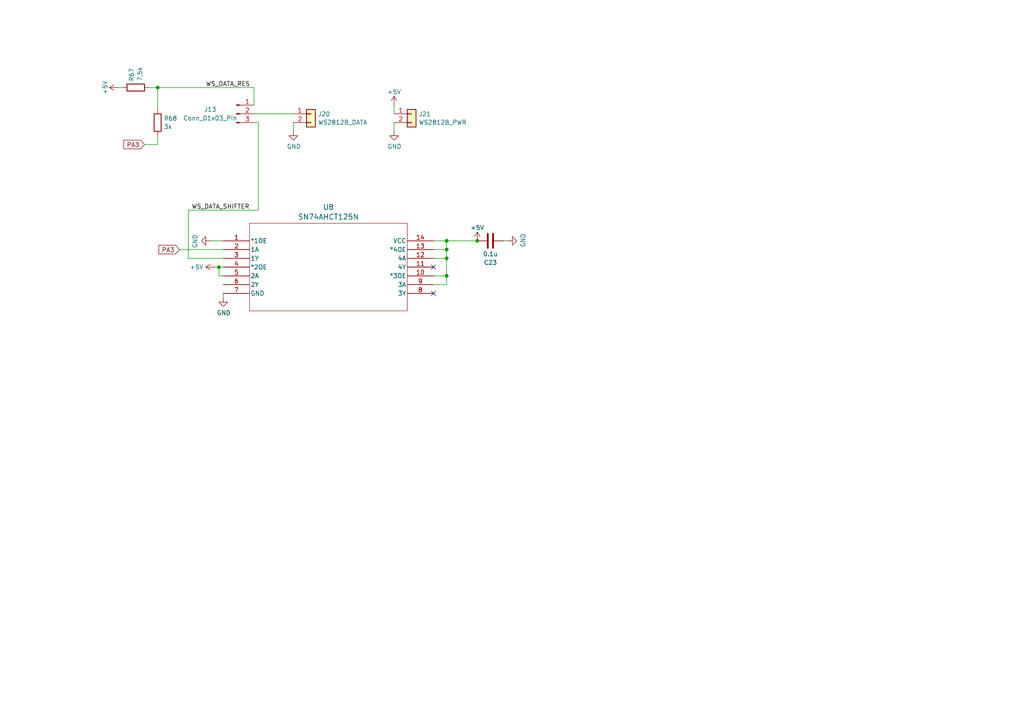
<source format=kicad_sch>
(kicad_sch (version 20230121) (generator eeschema)
  (paper "A4")
  (lib_symbols
    (symbol "Connector:Conn_01x03_Pin" (pin_names (offset 1.016) hide)
      (property "Reference" "J" (at 0 5.08 0))
      (property "Value" "Conn_01x03_Pin" (at 0 -5.08 0))
      (symbol "Conn_01x03_Pin_1_1"
        (polyline (pts (xy 1.27 -2.54) (xy 0.8636 -2.54)) (stroke (width 0.1524)))
        (polyline (pts (xy 1.27 0) (xy 0.8636 0)) (stroke (width 0.1524)))
        (polyline (pts (xy 1.27 2.54) (xy 0.8636 2.54)) (stroke (width 0.1524)))
        (rectangle (start 0.8636 -2.413) (end 0 -2.667) (stroke (width 0.1524)) (fill (type outline)))
        (rectangle (start 0.8636 0.127) (end 0 -0.127) (stroke (width 0.1524)) (fill (type outline)))
        (rectangle (start 0.8636 2.667) (end 0 2.413) (stroke (width 0.1524)) (fill (type outline)))
        (pin passive line (at 5.08 2.54 180) (length 3.81) (name "Pin_1") (number "1"))
        (pin passive line (at 5.08 0 180) (length 3.81) (name "Pin_2") (number "2"))
        (pin passive line (at 5.08 -2.54 180) (length 3.81) (name "Pin_3") (number "3"))
      )
    )
    (symbol "Connector_Generic:Conn_01x02" (pin_names (offset 1.016) hide)
      (property "Reference" "J" (at 0 2.54 0))
      (property "Value" "Conn_01x02" (at 0 -5.08 0))
      (symbol "Conn_01x02_1_1"
        (rectangle (start -1.27 -2.413) (end 0 -2.667) (stroke (width 0.1524)))
        (rectangle (start -1.27 0.127) (end 0 -0.127) (stroke (width 0.1524)))
        (rectangle (start -1.27 1.27) (end 1.27 -3.81) (stroke (width 0.254)) (fill (type background)))
        (pin passive line (at -5.08 0 0) (length 3.81) (name "Pin_1") (number "1"))
        (pin passive line (at -5.08 -2.54 0) (length 3.81) (name "Pin_2") (number "2"))
      )
    )
    (symbol "Device:C" (pin_numbers hide) (pin_names (offset 0.254))
      (property "Reference" "C" (at 0.635 2.54 0))
      (property "Value" "C" (at 0.635 -2.54 0))
      (symbol "C_0_1"
        (polyline (pts (xy -2.032 -0.762) (xy 2.032 -0.762)) (stroke (width 0.508)))
        (polyline (pts (xy -2.032 0.762) (xy 2.032 0.762)) (stroke (width 0.508)))
      )
      (symbol "C_1_1"
        (pin passive line (at 0 3.81 270) (length 2.794) (name "~") (number "1"))
        (pin passive line (at 0 -3.81 90) (length 2.794) (name "~") (number "2"))
      )
    )
    (symbol "Device:R" (pin_numbers hide) (pin_names (offset 0))
      (property "Reference" "R" (at 2.032 0 90))
      (property "Value" "R" (at 0 0 90))
      (symbol "R_0_1"
        (rectangle (start -1.016 -2.54) (end 1.016 2.54) (stroke (width 0.254)))
      )
      (symbol "R_1_1"
        (pin passive line (at 0 3.81 270) (length 1.27) (name "~") (number "1"))
        (pin passive line (at 0 -3.81 90) (length 1.27) (name "~") (number "2"))
      )
    )
    (symbol "SN74AHCT125:SN74AHCT125N" (pin_names (offset 0.254))
      (property "Reference" "U" (at 30.48 10.16 0))
      (property "Value" "SN74AHCT125N" (at 30.48 7.62 0))
      (symbol "SN74AHCT125N_0_1"
        (polyline (pts (xy 7.62 -20.32) (xy 53.34 -20.32)) (stroke (width 0.127)))
        (polyline (pts (xy 7.62 5.08) (xy 7.62 -20.32)) (stroke (width 0.127)))
        (polyline (pts (xy 53.34 -20.32) (xy 53.34 5.08)) (stroke (width 0.127)))
        (polyline (pts (xy 53.34 5.08) (xy 7.62 5.08)) (stroke (width 0.127)))
        (pin input line (at 0 0 0) (length 7.62) (name "*1OE") (number "1"))
        (pin input line (at 60.96 -10.16 180) (length 7.62) (name "*3OE") (number "10"))
        (pin unspecified line (at 60.96 -7.62 180) (length 7.62) (name "4Y") (number "11"))
        (pin input line (at 60.96 -5.08 180) (length 7.62) (name "4A") (number "12"))
        (pin input line (at 60.96 -2.54 180) (length 7.62) (name "*4OE") (number "13"))
        (pin power_in line (at 60.96 0 180) (length 7.62) (name "VCC") (number "14"))
        (pin input line (at 0 -2.54 0) (length 7.62) (name "1A") (number "2"))
        (pin unspecified line (at 0 -5.08 0) (length 7.62) (name "1Y") (number "3"))
        (pin input line (at 0 -7.62 0) (length 7.62) (name "*2OE") (number "4"))
        (pin input line (at 0 -10.16 0) (length 7.62) (name "2A") (number "5"))
        (pin unspecified line (at 0 -12.7 0) (length 7.62) (name "2Y") (number "6"))
        (pin power_in line (at 0 -15.24 0) (length 7.62) (name "GND") (number "7"))
        (pin unspecified line (at 60.96 -15.24 180) (length 7.62) (name "3Y") (number "8"))
        (pin input line (at 60.96 -12.7 180) (length 7.62) (name "3A") (number "9"))
      )
    )
    (symbol "power:+5V" (power) (pin_names (offset 0))
      (property "Value" "+5V" (at 0 3.556 0))
      (symbol "+5V_0_1"
        (polyline (pts (xy -0.762 1.27) (xy 0 2.54)))
        (polyline (pts (xy 0 0) (xy 0 2.54)))
        (polyline (pts (xy 0 2.54) (xy 0.762 1.27)))
      )
      (symbol "+5V_1_1"
        (pin power_in line (at 0 0 90) (length 0) hide (name "+5V") (number "1"))
      )
    )
    (symbol "power:GND" (power) (pin_names (offset 0))
      (property "Value" "GND" (at 0 -3.81 0))
      (symbol "GND_0_1"
        (polyline (pts (xy 0 0) (xy 0 -1.27) (xy 1.27 -1.27) (xy 0 -2.54) (xy -1.27 -1.27) (xy 0 -1.27)))
      )
      (symbol "GND_1_1"
        (pin power_in line (at 0 0 270) (length 0) hide (name "GND") (number "1"))
      )
    )
  )
  (junction (at 129.54 69.85))
  (junction (at 63.5 77.47))
  (junction (at 129.54 80.01))
  (junction (at 129.54 74.93))
  (junction (at 45.72 25.4))
  (junction (at 129.54 72.39))
  (junction (at 138.43 69.85))
  (no_connect (at 125.73 77.47))
  (no_connect (at 125.73 85.09))
  (wire (pts (xy 63.5 80.01) (xy 63.5 77.47)))
  (wire (pts (xy 146.05 69.85) (xy 147.32 69.85)))
  (wire (pts (xy 64.77 85.09) (xy 64.77 86.36)))
  (wire (pts (xy 129.54 69.85) (xy 129.54 72.39)))
  (wire (pts (xy 129.54 74.93) (xy 129.54 80.01)))
  (wire (pts (xy 129.54 69.85) (xy 138.43 69.85)))
  (wire (pts (xy 52.07 72.39) (xy 64.77 72.39)))
  (wire (pts (xy 60.96 69.85) (xy 64.77 69.85)))
  (wire (pts (xy 129.54 80.01) (xy 125.73 80.01)))
  (wire (pts (xy 64.77 80.01) (xy 63.5 80.01)))
  (wire (pts (xy 43.18 25.4) (xy 45.72 25.4)))
  (wire (pts (xy 129.54 72.39) (xy 129.54 74.93)))
  (wire (pts (xy 63.5 77.47) (xy 64.77 77.47)))
  (wire (pts (xy 34.29 25.4) (xy 35.56 25.4)))
  (wire (pts (xy 125.73 69.85) (xy 129.54 69.85)))
  (wire (pts (xy 73.66 25.4) (xy 73.66 30.48)))
  (wire (pts (xy 45.72 25.4) (xy 45.72 31.75)))
  (wire (pts (xy 114.3 35.56) (xy 114.3 38.1)))
  (wire (pts (xy 125.73 74.93) (xy 129.54 74.93)))
  (wire (pts (xy 74.93 35.56) (xy 73.66 35.56)))
  (wire (pts (xy 73.66 33.02) (xy 85.09 33.02)))
  (wire (pts (xy 125.73 72.39) (xy 129.54 72.39)))
  (wire (pts (xy 114.3 30.48) (xy 114.3 33.02)))
  (wire (pts (xy 74.93 60.96) (xy 74.93 35.56)))
  (wire (pts (xy 41.91 41.91) (xy 45.72 41.91)))
  (wire (pts (xy 85.09 35.56) (xy 85.09 38.1)))
  (wire (pts (xy 54.61 60.96) (xy 54.61 74.93)))
  (wire (pts (xy 125.73 82.55) (xy 129.54 82.55)))
  (wire (pts (xy 129.54 80.01) (xy 129.54 82.55)))
  (wire (pts (xy 45.72 41.91) (xy 45.72 39.37)))
  (wire (pts (xy 45.72 25.4) (xy 73.66 25.4)))
  (wire (pts (xy 54.61 74.93) (xy 64.77 74.93)))
  (wire (pts (xy 62.23 77.47) (xy 63.5 77.47)))
  (wire (pts (xy 74.93 60.96) (xy 54.61 60.96)))
  (label "WS_DATA_SHIFTER" (at 72.39 60.96 180))
  (label "WS_DATA_RES" (at 59.69 25.4 0))
  (global_label "PA3" (shape input) (at 41.91 41.91 180) (property "Intersheetrefs" "${INTERSHEET_REFS}" (effects hide)))
  (global_label "PA3" (shape input) (at 52.07 72.39 180) (property "Intersheetrefs" "${INTERSHEET_REFS}" (effects hide)))
  (symbol (lib_id "Connector_Generic:Conn_01x02") (at 119.38 33.02 0) (unit 1)
    (property "Reference" "J21" (at 121.412 33.0779 0) (effects (justify left)))
    (property "Value" "WS2812B_PWR" (at 121.412 35.5021 0) (effects (justify left)))
    (property "Footprint" "Connector_JST:JST_VH_B2P-VH-B_1x02_P3.96mm_Vertical" (effects hide))
    (instances (project "Schematic" (path "" (reference "J21") (unit 1)) (path "" (reference "J19") (unit 1))))
  )
  (symbol (lib_id "power:GND") (at 147.32 69.85 90) (unit 1)
    (property "Reference" "#PWR0130" (effects hide))
    (property "Value" "GND" (at 151.7142 69.723 0))
    (instances (project "stm32f091" (path "" (reference "#PWR0130") (unit 1))) (project "Schematic" (path "" (reference "#PWR011") (unit 1)) (path "" (reference "#PWR019") (unit 1)) (path "" (reference "#PWR074") (unit 1)) (path "" (reference "#PWR024") (unit 1)) (path "" (reference "#PWR089") (unit 1))))
  )
  (symbol (lib_id "power:GND") (at 114.3 38.1 0) (unit 1)
    (property "Reference" "#PWR0130" (effects hide))
    (property "Value" "GND" (at 114.427 42.4942 0))
    (instances (project "stm32f091" (path "" (reference "#PWR0130") (unit 1))) (project "Schematic" (path "" (reference "#PWR011") (unit 1)) (path "" (reference "#PWR019") (unit 1)) (path "" (reference "#PWR075") (unit 1)) (path "" (reference "#PWR024") (unit 1)) (path "" (reference "#PWR087") (unit 1))))
  )
  (symbol (lib_id "power:+5V") (at 34.29 25.4 90) (unit 1)
    (property "Reference" "#PWR044" (effects hide))
    (property "Value" "+5V" (at 30.48 25.4 0))
    (instances (project "Schematic" (path "" (reference "#PWR044") (unit 1)) (path "" (reference "#PWR072") (unit 1)) (path "" (reference "#PWR081") (unit 1))))
  )
  (symbol (lib_id "power:GND") (at 60.96 69.85 270) (unit 1)
    (property "Reference" "#PWR0130" (effects hide))
    (property "Value" "GND" (at 56.5658 69.977 0))
    (instances (project "stm32f091" (path "" (reference "#PWR0130") (unit 1))) (project "Schematic" (path "" (reference "#PWR011") (unit 1)) (path "" (reference "#PWR019") (unit 1)) (path "" (reference "#PWR074") (unit 1)) (path "" (reference "#PWR024") (unit 1)) (path "" (reference "#PWR082") (unit 1))))
  )
  (symbol (lib_id "Device:R") (at 45.72 35.56 0) (unit 1)
    (property "Reference" "R68" (at 47.498 34.3479 0) (effects (justify left)))
    (property "Value" "3k" (at 47.498 36.7721 0) (effects (justify left)))
    (property "Footprint" "LED_SMD:LED_1206_3216Metric_Pad1.42x1.75mm_HandSolder" (effects hide))
    (instances (project "Schematic" (path "" (reference "R68") (unit 1)) (path "" (reference "R65") (unit 1))))
  )
  (symbol (lib_id "power:+5V") (at 62.23 77.47 90) (unit 1)
    (property "Reference" "#PWR044" (effects hide))
    (property "Value" "+5V" (at 59.0551 77.47 90) (effects (justify left)))
    (instances (project "Schematic" (path "" (reference "#PWR044") (unit 1)) (path "" (reference "#PWR072") (unit 1)) (path "" (reference "#PWR083") (unit 1))))
  )
  (symbol (lib_id "Device:C") (at 142.24 69.85 270) (unit 1)
    (property "Reference" "C23" (at 142.24 76.1533 90))
    (property "Value" "0.1u" (at 142.24 73.66 90))
    (property "Footprint" "Capacitor_SMD:C_1206_3216Metric_Pad1.33x1.80mm_HandSolder" (effects hide))
  )
  (symbol (lib_id "Connector_Generic:Conn_01x02") (at 90.17 33.02 0) (unit 1)
    (property "Reference" "J20" (at 92.202 33.0779 0) (effects (justify left)))
    (property "Value" "WS2812B_DATA" (at 92.202 35.5021 0) (effects (justify left)))
    (property "Footprint" "Connector_JST:JST_VH_B2P-VH-B_1x02_P3.96mm_Vertical" (effects hide))
    (instances (project "Schematic" (path "" (reference "J20") (unit 1)) (path "" (reference "J18") (unit 1))))
  )
  (symbol (lib_id "Connector:Conn_01x03_Pin") (at 68.58 33.02 0) (unit 1)
    (property "Reference" "J13" (at 60.96 31.75 0))
    (property "Value" "Conn_01x03_Pin" (at 60.96 34.29 0))
    (property "Footprint" "Connector_PinHeader_2.54mm:PinHeader_1x03_P2.54mm_Vertical" (effects hide))
    (instances (project "Schematic" (path "" (reference "J13") (unit 1)) (path "" (reference "J7") (unit 1)) (path "" (reference "J17") (unit 1))))
  )
  (symbol (lib_id "power:+5V") (at 138.43 69.85 0) (unit 1)
    (property "Reference" "#PWR044" (effects hide))
    (property "Value" "+5V" (at 138.43 66.04 0))
    (instances (project "Schematic" (path "" (reference "#PWR044") (unit 1)) (path "" (reference "#PWR072") (unit 1)) (path "" (reference "#PWR088") (unit 1))))
  )
  (symbol (lib_id "power:GND") (at 64.77 86.36 0) (unit 1)
    (property "Reference" "#PWR0130" (effects hide))
    (property "Value" "GND" (at 64.897 90.7542 0))
    (instances (project "stm32f091" (path "" (reference "#PWR0130") (unit 1))) (project "Schematic" (path "" (reference "#PWR011") (unit 1)) (path "" (reference "#PWR019") (unit 1)) (path "" (reference "#PWR074") (unit 1)) (path "" (reference "#PWR024") (unit 1)) (path "" (reference "#PWR084") (unit 1))))
  )
  (symbol (lib_id "power:+5V") (at 114.3 30.48 0) (unit 1)
    (property "Reference" "#PWR044" (effects hide))
    (property "Value" "+5V" (at 114.3 26.67 0))
    (instances (project "Schematic" (path "" (reference "#PWR044") (unit 1)) (path "" (reference "#PWR073") (unit 1)) (path "" (reference "#PWR086") (unit 1))))
  )
  (symbol (lib_id "power:GND") (at 85.09 38.1 0) (unit 1)
    (property "Reference" "#PWR0130" (effects hide))
    (property "Value" "GND" (at 85.217 42.4942 0))
    (instances (project "stm32f091" (path "" (reference "#PWR0130") (unit 1))) (project "Schematic" (path "" (reference "#PWR011") (unit 1)) (path "" (reference "#PWR019") (unit 1)) (path "" (reference "#PWR074") (unit 1)) (path "" (reference "#PWR024") (unit 1)) (path "" (reference "#PWR085") (unit 1))))
  )
  (symbol (lib_id "Device:R") (at 39.37 25.4 90) (unit 1)
    (property "Reference" "R67" (at 38.1579 23.622 0) (effects (justify left)))
    (property "Value" "7.5k" (at 40.5821 23.622 0) (effects (justify left)))
    (property "Footprint" "LED_SMD:LED_1206_3216Metric_Pad1.42x1.75mm_HandSolder" (effects hide))
    (instances (project "Schematic" (path "" (reference "R67") (unit 1)) (path "" (reference "R64") (unit 1))))
  )
  (symbol (lib_id "SN74AHCT125:SN74AHCT125N") (at 64.77 69.85 0) (unit 1)
    (property "Reference" "U8" (at 95.25 60.0763 0) (effects (font (size 1.524 1.524))))
    (property "Value" "SN74AHCT125N" (at 95.25 62.9091 0) (effects (font (size 1.524 1.524))))
    (property "Footprint" "SN74AHCT125:N14" (effects hide))
    (property "Datasheet" "SN74AHCT125N" (effects hide))
  )
)
</source>
